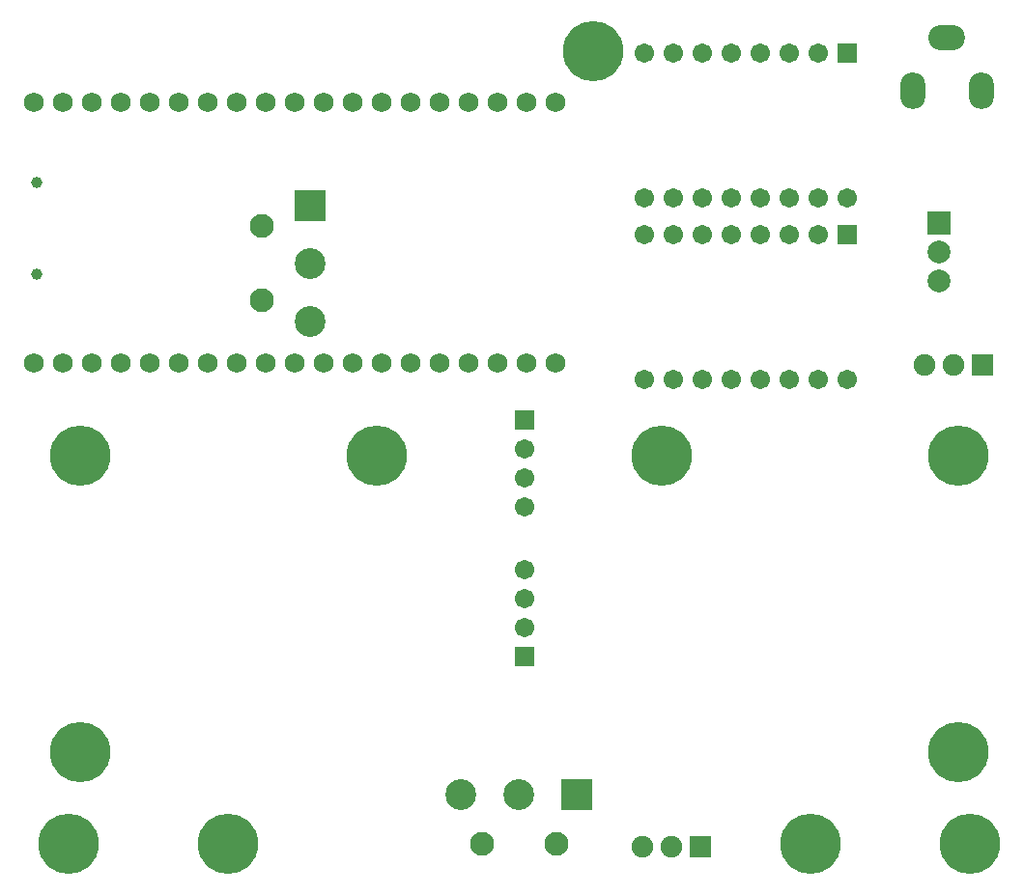
<source format=gbr>
G04 DipTrace 3.3.0.0*
G04 BottomMask.gbr*
%MOIN*%
G04 #@! TF.FileFunction,Soldermask,Bot*
G04 #@! TF.Part,Single*
%ADD45C,0.082677*%
%ADD46C,0.03937*%
%ADD64C,0.068031*%
%ADD66C,0.067031*%
%ADD68R,0.067031X0.067031*%
%ADD70C,0.106457*%
%ADD72R,0.106457X0.106457*%
%ADD74C,0.078898*%
%ADD76R,0.078898X0.078898*%
%ADD78C,0.208031*%
%ADD80C,0.067087*%
%ADD82R,0.067087X0.067087*%
%ADD84C,0.074961*%
%ADD86R,0.074961X0.074961*%
%ADD88O,0.126142X0.086772*%
%ADD90O,0.086772X0.126142*%
%FSLAX26Y26*%
G04*
G70*
G90*
G75*
G01*
G04 BotMask*
%LPD*%
D90*
X3504252Y3189291D3*
X3740472D3*
D88*
X3622362Y3374331D3*
D86*
X3743386Y2244016D3*
D84*
X3643386D3*
X3543386D3*
D86*
X2770640Y581496D3*
D84*
X2670640D3*
X2570640D3*
D82*
X2163386Y2054016D3*
D80*
Y1954016D3*
Y1854016D3*
Y1754016D3*
D82*
X2165669Y1235748D3*
D80*
Y1335748D3*
Y1435748D3*
Y1535748D3*
D78*
X630236Y1929449D3*
Y905827D3*
X1653858Y1929449D3*
X1142047Y590866D3*
X3661732Y905827D3*
X2638110Y1929449D3*
X3661732D3*
X3149921Y590866D3*
D76*
X3593386Y2734016D3*
D74*
Y2634016D3*
Y2534016D3*
D72*
X1426199Y2794803D3*
D70*
Y2594803D3*
Y2394803D3*
D45*
X1256909Y2722756D3*
Y2466850D3*
D72*
X2345984Y760157D3*
D70*
X2145984D3*
X1945984D3*
D45*
X2273937Y590867D3*
X2018031D3*
D68*
X3278386Y3319016D3*
D66*
X3178386D3*
X3078386D3*
X2978386D3*
X2878386D3*
X2778386D3*
X2678386D3*
X2578386D3*
Y2819016D3*
X2678386D3*
X2778386D3*
X2878386D3*
X2978386D3*
X3078386D3*
X3178386D3*
X3278386D3*
D68*
Y2694016D3*
D66*
X3178386D3*
X3078386D3*
X2978386D3*
X2878386D3*
X2778386D3*
X2678386D3*
X2578386D3*
Y2194016D3*
X2678386D3*
X2778386D3*
X2878386D3*
X2978386D3*
X3078386D3*
X3178386D3*
X3278386D3*
D64*
X472756Y3149921D3*
X572756D3*
X672756D3*
X772756D3*
X872756D3*
X972756D3*
X1072756D3*
X1172756D3*
X1272756D3*
X1372756D3*
X1472756D3*
X1572756D3*
X1672756D3*
X1772756D3*
X1872756D3*
X1972756D3*
X2072756D3*
X2172756D3*
X2272756D3*
X472756Y2249921D3*
X572756D3*
X672756D3*
X772756D3*
X872756D3*
X972756D3*
X1072756D3*
X1172756D3*
X1272756D3*
X1372756D3*
X1472756D3*
X1572756D3*
X1672756D3*
X1772756D3*
X1872756D3*
X1972756D3*
X2072756D3*
X2172756D3*
X2272756D3*
D46*
X482283Y2873150D3*
Y2558189D3*
D78*
X590866Y590866D3*
X3701102D3*
X2401890Y3327087D3*
M02*

</source>
